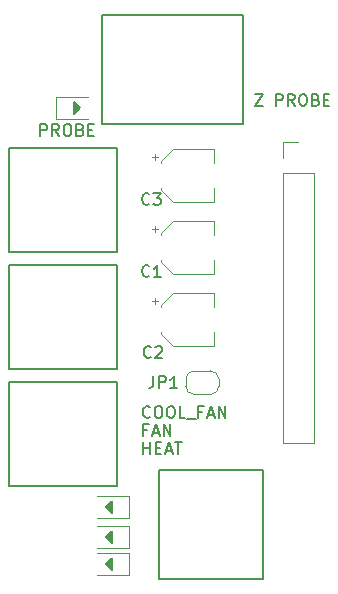
<source format=gbr>
G04 #@! TF.GenerationSoftware,KiCad,Pcbnew,5.1.4-e60b266~84~ubuntu18.04.1*
G04 #@! TF.CreationDate,2019-09-26T21:44:43+08:00*
G04 #@! TF.ProjectId,head,68656164-2e6b-4696-9361-645f70636258,rev?*
G04 #@! TF.SameCoordinates,Original*
G04 #@! TF.FileFunction,Legend,Top*
G04 #@! TF.FilePolarity,Positive*
%FSLAX46Y46*%
G04 Gerber Fmt 4.6, Leading zero omitted, Abs format (unit mm)*
G04 Created by KiCad (PCBNEW 5.1.4-e60b266~84~ubuntu18.04.1) date 2019-09-26 21:44:43*
%MOMM*%
%LPD*%
G04 APERTURE LIST*
%ADD10C,0.120000*%
%ADD11C,0.127000*%
%ADD12C,0.381000*%
%ADD13C,0.200000*%
%ADD14C,0.150000*%
G04 APERTURE END LIST*
D10*
X111954000Y-40072000D02*
X113284000Y-40072000D01*
X111954000Y-41402000D02*
X111954000Y-40072000D01*
X111954000Y-42672000D02*
X114614000Y-42672000D01*
X114614000Y-42672000D02*
X114614000Y-65592000D01*
X111954000Y-42672000D02*
X111954000Y-65592000D01*
X111954000Y-65592000D02*
X114614000Y-65592000D01*
D11*
X101513000Y-67888000D02*
X101513000Y-77088000D01*
X110323000Y-67888000D02*
X101513000Y-67888000D01*
X110323000Y-77088000D02*
X110323000Y-67888000D01*
X101513000Y-77088000D02*
X110323000Y-77088000D01*
X97974000Y-60365000D02*
X88774000Y-60365000D01*
X97974000Y-69175000D02*
X97974000Y-60365000D01*
X88774000Y-69175000D02*
X97974000Y-69175000D01*
X88774000Y-60365000D02*
X88774000Y-69175000D01*
X97974000Y-50459000D02*
X88774000Y-50459000D01*
X97974000Y-59269000D02*
X97974000Y-50459000D01*
X88774000Y-59269000D02*
X97974000Y-59269000D01*
X88774000Y-50459000D02*
X88774000Y-59269000D01*
X97974000Y-40553000D02*
X88774000Y-40553000D01*
X97974000Y-49363000D02*
X97974000Y-40553000D01*
X88774000Y-49363000D02*
X97974000Y-49363000D01*
X88774000Y-40553000D02*
X88774000Y-49363000D01*
X96666000Y-29338000D02*
X96666000Y-38538000D01*
X108566000Y-29338000D02*
X96666000Y-29338000D01*
X108566000Y-38538000D02*
X108566000Y-29338000D01*
X96666000Y-38538000D02*
X108566000Y-38538000D01*
D12*
X94388000Y-37411000D02*
X94588000Y-37211000D01*
D13*
X94388000Y-36911000D02*
X94388000Y-37411000D01*
X94788000Y-37211000D02*
X94288000Y-36711000D01*
X94288000Y-37711000D02*
X94788000Y-37211000D01*
X94288000Y-36711000D02*
X94288000Y-37711000D01*
D10*
X95488000Y-36251000D02*
X92803000Y-36251000D01*
X92803000Y-36251000D02*
X92803000Y-38171000D01*
X92803000Y-38171000D02*
X95488000Y-38171000D01*
D12*
X97382000Y-75619000D02*
X97182000Y-75819000D01*
D13*
X97382000Y-76119000D02*
X97382000Y-75619000D01*
X96982000Y-75819000D02*
X97482000Y-76319000D01*
X97482000Y-75319000D02*
X96982000Y-75819000D01*
X97482000Y-76319000D02*
X97482000Y-75319000D01*
D10*
X96282000Y-76779000D02*
X98967000Y-76779000D01*
X98967000Y-76779000D02*
X98967000Y-74859000D01*
X98967000Y-74859000D02*
X96282000Y-74859000D01*
D12*
X97382000Y-73333000D02*
X97182000Y-73533000D01*
D13*
X97382000Y-73833000D02*
X97382000Y-73333000D01*
X96982000Y-73533000D02*
X97482000Y-74033000D01*
X97482000Y-73033000D02*
X96982000Y-73533000D01*
X97482000Y-74033000D02*
X97482000Y-73033000D01*
D10*
X96282000Y-74493000D02*
X98967000Y-74493000D01*
X98967000Y-74493000D02*
X98967000Y-72573000D01*
X98967000Y-72573000D02*
X96282000Y-72573000D01*
D12*
X97382000Y-70793000D02*
X97182000Y-70993000D01*
D13*
X97382000Y-71293000D02*
X97382000Y-70793000D01*
X96982000Y-70993000D02*
X97482000Y-71493000D01*
X97482000Y-70493000D02*
X96982000Y-70993000D01*
X97482000Y-71493000D02*
X97482000Y-70493000D01*
D10*
X96282000Y-71953000D02*
X98967000Y-71953000D01*
X98967000Y-71953000D02*
X98967000Y-70033000D01*
X98967000Y-70033000D02*
X96282000Y-70033000D01*
X101136000Y-41116000D02*
X101136000Y-41616000D01*
X100886000Y-41366000D02*
X101386000Y-41366000D01*
X101626000Y-44121563D02*
X102690437Y-45186000D01*
X101626000Y-41730437D02*
X102690437Y-40666000D01*
X101626000Y-41730437D02*
X101626000Y-41866000D01*
X101626000Y-44121563D02*
X101626000Y-43986000D01*
X102690437Y-45186000D02*
X106146000Y-45186000D01*
X102690437Y-40666000D02*
X106146000Y-40666000D01*
X106146000Y-40666000D02*
X106146000Y-41866000D01*
X106146000Y-45186000D02*
X106146000Y-43986000D01*
X101136000Y-53308000D02*
X101136000Y-53808000D01*
X100886000Y-53558000D02*
X101386000Y-53558000D01*
X101626000Y-56313563D02*
X102690437Y-57378000D01*
X101626000Y-53922437D02*
X102690437Y-52858000D01*
X101626000Y-53922437D02*
X101626000Y-54058000D01*
X101626000Y-56313563D02*
X101626000Y-56178000D01*
X102690437Y-57378000D02*
X106146000Y-57378000D01*
X102690437Y-52858000D02*
X106146000Y-52858000D01*
X106146000Y-52858000D02*
X106146000Y-54058000D01*
X106146000Y-57378000D02*
X106146000Y-56178000D01*
X101136000Y-47212000D02*
X101136000Y-47712000D01*
X100886000Y-47462000D02*
X101386000Y-47462000D01*
X101626000Y-50217563D02*
X102690437Y-51282000D01*
X101626000Y-47826437D02*
X102690437Y-46762000D01*
X101626000Y-47826437D02*
X101626000Y-47962000D01*
X101626000Y-50217563D02*
X101626000Y-50082000D01*
X102690437Y-51282000D02*
X106146000Y-51282000D01*
X102690437Y-46762000D02*
X106146000Y-46762000D01*
X106146000Y-46762000D02*
X106146000Y-47962000D01*
X106146000Y-51282000D02*
X106146000Y-50082000D01*
X104456000Y-59452000D02*
X105856000Y-59452000D01*
X106556000Y-60152000D02*
X106556000Y-60752000D01*
X105856000Y-61452000D02*
X104456000Y-61452000D01*
X103756000Y-60752000D02*
X103756000Y-60152000D01*
X103756000Y-60152000D02*
G75*
G02X104456000Y-59452000I700000J0D01*
G01*
X104456000Y-61452000D02*
G75*
G02X103756000Y-60752000I0J700000D01*
G01*
X106556000Y-60752000D02*
G75*
G02X105856000Y-61452000I-700000J0D01*
G01*
X105856000Y-59452000D02*
G75*
G02X106556000Y-60152000I0J-700000D01*
G01*
D13*
X109585523Y-36028380D02*
X110252190Y-36028380D01*
X109585523Y-37028380D01*
X110252190Y-37028380D01*
X111395047Y-37028380D02*
X111395047Y-36028380D01*
X111776000Y-36028380D01*
X111871238Y-36076000D01*
X111918857Y-36123619D01*
X111966476Y-36218857D01*
X111966476Y-36361714D01*
X111918857Y-36456952D01*
X111871238Y-36504571D01*
X111776000Y-36552190D01*
X111395047Y-36552190D01*
X112966476Y-37028380D02*
X112633142Y-36552190D01*
X112395047Y-37028380D02*
X112395047Y-36028380D01*
X112776000Y-36028380D01*
X112871238Y-36076000D01*
X112918857Y-36123619D01*
X112966476Y-36218857D01*
X112966476Y-36361714D01*
X112918857Y-36456952D01*
X112871238Y-36504571D01*
X112776000Y-36552190D01*
X112395047Y-36552190D01*
X113585523Y-36028380D02*
X113776000Y-36028380D01*
X113871238Y-36076000D01*
X113966476Y-36171238D01*
X114014095Y-36361714D01*
X114014095Y-36695047D01*
X113966476Y-36885523D01*
X113871238Y-36980761D01*
X113776000Y-37028380D01*
X113585523Y-37028380D01*
X113490285Y-36980761D01*
X113395047Y-36885523D01*
X113347428Y-36695047D01*
X113347428Y-36361714D01*
X113395047Y-36171238D01*
X113490285Y-36076000D01*
X113585523Y-36028380D01*
X114776000Y-36504571D02*
X114918857Y-36552190D01*
X114966476Y-36599809D01*
X115014095Y-36695047D01*
X115014095Y-36837904D01*
X114966476Y-36933142D01*
X114918857Y-36980761D01*
X114823619Y-37028380D01*
X114442666Y-37028380D01*
X114442666Y-36028380D01*
X114776000Y-36028380D01*
X114871238Y-36076000D01*
X114918857Y-36123619D01*
X114966476Y-36218857D01*
X114966476Y-36314095D01*
X114918857Y-36409333D01*
X114871238Y-36456952D01*
X114776000Y-36504571D01*
X114442666Y-36504571D01*
X115442666Y-36504571D02*
X115776000Y-36504571D01*
X115918857Y-37028380D02*
X115442666Y-37028380D01*
X115442666Y-36028380D01*
X115918857Y-36028380D01*
D14*
X91454214Y-39568380D02*
X91454214Y-38568380D01*
X91835166Y-38568380D01*
X91930404Y-38616000D01*
X91978023Y-38663619D01*
X92025642Y-38758857D01*
X92025642Y-38901714D01*
X91978023Y-38996952D01*
X91930404Y-39044571D01*
X91835166Y-39092190D01*
X91454214Y-39092190D01*
X93025642Y-39568380D02*
X92692309Y-39092190D01*
X92454214Y-39568380D02*
X92454214Y-38568380D01*
X92835166Y-38568380D01*
X92930404Y-38616000D01*
X92978023Y-38663619D01*
X93025642Y-38758857D01*
X93025642Y-38901714D01*
X92978023Y-38996952D01*
X92930404Y-39044571D01*
X92835166Y-39092190D01*
X92454214Y-39092190D01*
X93644690Y-38568380D02*
X93835166Y-38568380D01*
X93930404Y-38616000D01*
X94025642Y-38711238D01*
X94073261Y-38901714D01*
X94073261Y-39235047D01*
X94025642Y-39425523D01*
X93930404Y-39520761D01*
X93835166Y-39568380D01*
X93644690Y-39568380D01*
X93549452Y-39520761D01*
X93454214Y-39425523D01*
X93406595Y-39235047D01*
X93406595Y-38901714D01*
X93454214Y-38711238D01*
X93549452Y-38616000D01*
X93644690Y-38568380D01*
X94835166Y-39044571D02*
X94978023Y-39092190D01*
X95025642Y-39139809D01*
X95073261Y-39235047D01*
X95073261Y-39377904D01*
X95025642Y-39473142D01*
X94978023Y-39520761D01*
X94882785Y-39568380D01*
X94501833Y-39568380D01*
X94501833Y-38568380D01*
X94835166Y-38568380D01*
X94930404Y-38616000D01*
X94978023Y-38663619D01*
X95025642Y-38758857D01*
X95025642Y-38854095D01*
X94978023Y-38949333D01*
X94930404Y-38996952D01*
X94835166Y-39044571D01*
X94501833Y-39044571D01*
X95501833Y-39044571D02*
X95835166Y-39044571D01*
X95978023Y-39568380D02*
X95501833Y-39568380D01*
X95501833Y-38568380D01*
X95978023Y-38568380D01*
X100157595Y-66492380D02*
X100157595Y-65492380D01*
X100157595Y-65968571D02*
X100729023Y-65968571D01*
X100729023Y-66492380D02*
X100729023Y-65492380D01*
X101205214Y-65968571D02*
X101538547Y-65968571D01*
X101681404Y-66492380D02*
X101205214Y-66492380D01*
X101205214Y-65492380D01*
X101681404Y-65492380D01*
X102062357Y-66206666D02*
X102538547Y-66206666D01*
X101967119Y-66492380D02*
X102300452Y-65492380D01*
X102633785Y-66492380D01*
X102824261Y-65492380D02*
X103395690Y-65492380D01*
X103109976Y-66492380D02*
X103109976Y-65492380D01*
X100490928Y-64444571D02*
X100157595Y-64444571D01*
X100157595Y-64968380D02*
X100157595Y-63968380D01*
X100633785Y-63968380D01*
X100967119Y-64682666D02*
X101443309Y-64682666D01*
X100871880Y-64968380D02*
X101205214Y-63968380D01*
X101538547Y-64968380D01*
X101871880Y-64968380D02*
X101871880Y-63968380D01*
X102443309Y-64968380D01*
X102443309Y-63968380D01*
X100729023Y-63349142D02*
X100681404Y-63396761D01*
X100538547Y-63444380D01*
X100443309Y-63444380D01*
X100300452Y-63396761D01*
X100205214Y-63301523D01*
X100157595Y-63206285D01*
X100109976Y-63015809D01*
X100109976Y-62872952D01*
X100157595Y-62682476D01*
X100205214Y-62587238D01*
X100300452Y-62492000D01*
X100443309Y-62444380D01*
X100538547Y-62444380D01*
X100681404Y-62492000D01*
X100729023Y-62539619D01*
X101348071Y-62444380D02*
X101538547Y-62444380D01*
X101633785Y-62492000D01*
X101729023Y-62587238D01*
X101776642Y-62777714D01*
X101776642Y-63111047D01*
X101729023Y-63301523D01*
X101633785Y-63396761D01*
X101538547Y-63444380D01*
X101348071Y-63444380D01*
X101252833Y-63396761D01*
X101157595Y-63301523D01*
X101109976Y-63111047D01*
X101109976Y-62777714D01*
X101157595Y-62587238D01*
X101252833Y-62492000D01*
X101348071Y-62444380D01*
X102395690Y-62444380D02*
X102586166Y-62444380D01*
X102681404Y-62492000D01*
X102776642Y-62587238D01*
X102824261Y-62777714D01*
X102824261Y-63111047D01*
X102776642Y-63301523D01*
X102681404Y-63396761D01*
X102586166Y-63444380D01*
X102395690Y-63444380D01*
X102300452Y-63396761D01*
X102205214Y-63301523D01*
X102157595Y-63111047D01*
X102157595Y-62777714D01*
X102205214Y-62587238D01*
X102300452Y-62492000D01*
X102395690Y-62444380D01*
X103729023Y-63444380D02*
X103252833Y-63444380D01*
X103252833Y-62444380D01*
X103824261Y-63539619D02*
X104586166Y-63539619D01*
X105157595Y-62920571D02*
X104824261Y-62920571D01*
X104824261Y-63444380D02*
X104824261Y-62444380D01*
X105300452Y-62444380D01*
X105633785Y-63158666D02*
X106109976Y-63158666D01*
X105538547Y-63444380D02*
X105871880Y-62444380D01*
X106205214Y-63444380D01*
X106538547Y-63444380D02*
X106538547Y-62444380D01*
X107109976Y-63444380D01*
X107109976Y-62444380D01*
X100671333Y-45315142D02*
X100623714Y-45362761D01*
X100480857Y-45410380D01*
X100385619Y-45410380D01*
X100242761Y-45362761D01*
X100147523Y-45267523D01*
X100099904Y-45172285D01*
X100052285Y-44981809D01*
X100052285Y-44838952D01*
X100099904Y-44648476D01*
X100147523Y-44553238D01*
X100242761Y-44458000D01*
X100385619Y-44410380D01*
X100480857Y-44410380D01*
X100623714Y-44458000D01*
X100671333Y-44505619D01*
X101004666Y-44410380D02*
X101623714Y-44410380D01*
X101290380Y-44791333D01*
X101433238Y-44791333D01*
X101528476Y-44838952D01*
X101576095Y-44886571D01*
X101623714Y-44981809D01*
X101623714Y-45219904D01*
X101576095Y-45315142D01*
X101528476Y-45362761D01*
X101433238Y-45410380D01*
X101147523Y-45410380D01*
X101052285Y-45362761D01*
X101004666Y-45315142D01*
X100798333Y-58269142D02*
X100750714Y-58316761D01*
X100607857Y-58364380D01*
X100512619Y-58364380D01*
X100369761Y-58316761D01*
X100274523Y-58221523D01*
X100226904Y-58126285D01*
X100179285Y-57935809D01*
X100179285Y-57792952D01*
X100226904Y-57602476D01*
X100274523Y-57507238D01*
X100369761Y-57412000D01*
X100512619Y-57364380D01*
X100607857Y-57364380D01*
X100750714Y-57412000D01*
X100798333Y-57459619D01*
X101179285Y-57459619D02*
X101226904Y-57412000D01*
X101322142Y-57364380D01*
X101560238Y-57364380D01*
X101655476Y-57412000D01*
X101703095Y-57459619D01*
X101750714Y-57554857D01*
X101750714Y-57650095D01*
X101703095Y-57792952D01*
X101131666Y-58364380D01*
X101750714Y-58364380D01*
X100671333Y-51411142D02*
X100623714Y-51458761D01*
X100480857Y-51506380D01*
X100385619Y-51506380D01*
X100242761Y-51458761D01*
X100147523Y-51363523D01*
X100099904Y-51268285D01*
X100052285Y-51077809D01*
X100052285Y-50934952D01*
X100099904Y-50744476D01*
X100147523Y-50649238D01*
X100242761Y-50554000D01*
X100385619Y-50506380D01*
X100480857Y-50506380D01*
X100623714Y-50554000D01*
X100671333Y-50601619D01*
X101623714Y-51506380D02*
X101052285Y-51506380D01*
X101338000Y-51506380D02*
X101338000Y-50506380D01*
X101242761Y-50649238D01*
X101147523Y-50744476D01*
X101052285Y-50792095D01*
X101020666Y-59904380D02*
X101020666Y-60618666D01*
X100973047Y-60761523D01*
X100877809Y-60856761D01*
X100734952Y-60904380D01*
X100639714Y-60904380D01*
X101496857Y-60904380D02*
X101496857Y-59904380D01*
X101877809Y-59904380D01*
X101973047Y-59952000D01*
X102020666Y-59999619D01*
X102068285Y-60094857D01*
X102068285Y-60237714D01*
X102020666Y-60332952D01*
X101973047Y-60380571D01*
X101877809Y-60428190D01*
X101496857Y-60428190D01*
X103020666Y-60904380D02*
X102449238Y-60904380D01*
X102734952Y-60904380D02*
X102734952Y-59904380D01*
X102639714Y-60047238D01*
X102544476Y-60142476D01*
X102449238Y-60190095D01*
M02*

</source>
